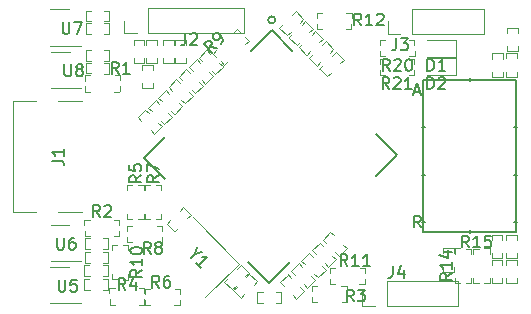
<source format=gbr>
%TF.GenerationSoftware,KiCad,Pcbnew,7.0.2-0*%
%TF.CreationDate,2023-05-06T05:04:52+08:00*%
%TF.ProjectId,slimarm_carambola,736c696d-6172-46d5-9f63-6172616d626f,rev?*%
%TF.SameCoordinates,Original*%
%TF.FileFunction,Legend,Top*%
%TF.FilePolarity,Positive*%
%FSLAX46Y46*%
G04 Gerber Fmt 4.6, Leading zero omitted, Abs format (unit mm)*
G04 Created by KiCad (PCBNEW 7.0.2-0) date 2023-05-06 05:04:52*
%MOMM*%
%LPD*%
G01*
G04 APERTURE LIST*
%ADD10C,0.150000*%
%ADD11C,0.100000*%
%ADD12C,0.120000*%
%ADD13C,0.152400*%
%ADD14C,0.200000*%
G04 APERTURE END LIST*
D10*
%TO.C,R10*%
X25732619Y-36882857D02*
X25256428Y-37216190D01*
X25732619Y-37454285D02*
X24732619Y-37454285D01*
X24732619Y-37454285D02*
X24732619Y-37073333D01*
X24732619Y-37073333D02*
X24780238Y-36978095D01*
X24780238Y-36978095D02*
X24827857Y-36930476D01*
X24827857Y-36930476D02*
X24923095Y-36882857D01*
X24923095Y-36882857D02*
X25065952Y-36882857D01*
X25065952Y-36882857D02*
X25161190Y-36930476D01*
X25161190Y-36930476D02*
X25208809Y-36978095D01*
X25208809Y-36978095D02*
X25256428Y-37073333D01*
X25256428Y-37073333D02*
X25256428Y-37454285D01*
X25732619Y-35930476D02*
X25732619Y-36501904D01*
X25732619Y-36216190D02*
X24732619Y-36216190D01*
X24732619Y-36216190D02*
X24875476Y-36311428D01*
X24875476Y-36311428D02*
X24970714Y-36406666D01*
X24970714Y-36406666D02*
X25018333Y-36501904D01*
X24732619Y-35311428D02*
X24732619Y-35216190D01*
X24732619Y-35216190D02*
X24780238Y-35120952D01*
X24780238Y-35120952D02*
X24827857Y-35073333D01*
X24827857Y-35073333D02*
X24923095Y-35025714D01*
X24923095Y-35025714D02*
X25113571Y-34978095D01*
X25113571Y-34978095D02*
X25351666Y-34978095D01*
X25351666Y-34978095D02*
X25542142Y-35025714D01*
X25542142Y-35025714D02*
X25637380Y-35073333D01*
X25637380Y-35073333D02*
X25685000Y-35120952D01*
X25685000Y-35120952D02*
X25732619Y-35216190D01*
X25732619Y-35216190D02*
X25732619Y-35311428D01*
X25732619Y-35311428D02*
X25685000Y-35406666D01*
X25685000Y-35406666D02*
X25637380Y-35454285D01*
X25637380Y-35454285D02*
X25542142Y-35501904D01*
X25542142Y-35501904D02*
X25351666Y-35549523D01*
X25351666Y-35549523D02*
X25113571Y-35549523D01*
X25113571Y-35549523D02*
X24923095Y-35501904D01*
X24923095Y-35501904D02*
X24827857Y-35454285D01*
X24827857Y-35454285D02*
X24780238Y-35406666D01*
X24780238Y-35406666D02*
X24732619Y-35311428D01*
%TO.C,J3*%
X47246666Y-17282619D02*
X47246666Y-17996904D01*
X47246666Y-17996904D02*
X47199047Y-18139761D01*
X47199047Y-18139761D02*
X47103809Y-18235000D01*
X47103809Y-18235000D02*
X46960952Y-18282619D01*
X46960952Y-18282619D02*
X46865714Y-18282619D01*
X47627619Y-17282619D02*
X48246666Y-17282619D01*
X48246666Y-17282619D02*
X47913333Y-17663571D01*
X47913333Y-17663571D02*
X48056190Y-17663571D01*
X48056190Y-17663571D02*
X48151428Y-17711190D01*
X48151428Y-17711190D02*
X48199047Y-17758809D01*
X48199047Y-17758809D02*
X48246666Y-17854047D01*
X48246666Y-17854047D02*
X48246666Y-18092142D01*
X48246666Y-18092142D02*
X48199047Y-18187380D01*
X48199047Y-18187380D02*
X48151428Y-18235000D01*
X48151428Y-18235000D02*
X48056190Y-18282619D01*
X48056190Y-18282619D02*
X47770476Y-18282619D01*
X47770476Y-18282619D02*
X47675238Y-18235000D01*
X47675238Y-18235000D02*
X47627619Y-18187380D01*
%TO.C,R21*%
X46657142Y-21582619D02*
X46323809Y-21106428D01*
X46085714Y-21582619D02*
X46085714Y-20582619D01*
X46085714Y-20582619D02*
X46466666Y-20582619D01*
X46466666Y-20582619D02*
X46561904Y-20630238D01*
X46561904Y-20630238D02*
X46609523Y-20677857D01*
X46609523Y-20677857D02*
X46657142Y-20773095D01*
X46657142Y-20773095D02*
X46657142Y-20915952D01*
X46657142Y-20915952D02*
X46609523Y-21011190D01*
X46609523Y-21011190D02*
X46561904Y-21058809D01*
X46561904Y-21058809D02*
X46466666Y-21106428D01*
X46466666Y-21106428D02*
X46085714Y-21106428D01*
X47038095Y-20677857D02*
X47085714Y-20630238D01*
X47085714Y-20630238D02*
X47180952Y-20582619D01*
X47180952Y-20582619D02*
X47419047Y-20582619D01*
X47419047Y-20582619D02*
X47514285Y-20630238D01*
X47514285Y-20630238D02*
X47561904Y-20677857D01*
X47561904Y-20677857D02*
X47609523Y-20773095D01*
X47609523Y-20773095D02*
X47609523Y-20868333D01*
X47609523Y-20868333D02*
X47561904Y-21011190D01*
X47561904Y-21011190D02*
X46990476Y-21582619D01*
X46990476Y-21582619D02*
X47609523Y-21582619D01*
X48561904Y-21582619D02*
X47990476Y-21582619D01*
X48276190Y-21582619D02*
X48276190Y-20582619D01*
X48276190Y-20582619D02*
X48180952Y-20725476D01*
X48180952Y-20725476D02*
X48085714Y-20820714D01*
X48085714Y-20820714D02*
X47990476Y-20868333D01*
%TO.C,R20*%
X46687142Y-20032619D02*
X46353809Y-19556428D01*
X46115714Y-20032619D02*
X46115714Y-19032619D01*
X46115714Y-19032619D02*
X46496666Y-19032619D01*
X46496666Y-19032619D02*
X46591904Y-19080238D01*
X46591904Y-19080238D02*
X46639523Y-19127857D01*
X46639523Y-19127857D02*
X46687142Y-19223095D01*
X46687142Y-19223095D02*
X46687142Y-19365952D01*
X46687142Y-19365952D02*
X46639523Y-19461190D01*
X46639523Y-19461190D02*
X46591904Y-19508809D01*
X46591904Y-19508809D02*
X46496666Y-19556428D01*
X46496666Y-19556428D02*
X46115714Y-19556428D01*
X47068095Y-19127857D02*
X47115714Y-19080238D01*
X47115714Y-19080238D02*
X47210952Y-19032619D01*
X47210952Y-19032619D02*
X47449047Y-19032619D01*
X47449047Y-19032619D02*
X47544285Y-19080238D01*
X47544285Y-19080238D02*
X47591904Y-19127857D01*
X47591904Y-19127857D02*
X47639523Y-19223095D01*
X47639523Y-19223095D02*
X47639523Y-19318333D01*
X47639523Y-19318333D02*
X47591904Y-19461190D01*
X47591904Y-19461190D02*
X47020476Y-20032619D01*
X47020476Y-20032619D02*
X47639523Y-20032619D01*
X48258571Y-19032619D02*
X48353809Y-19032619D01*
X48353809Y-19032619D02*
X48449047Y-19080238D01*
X48449047Y-19080238D02*
X48496666Y-19127857D01*
X48496666Y-19127857D02*
X48544285Y-19223095D01*
X48544285Y-19223095D02*
X48591904Y-19413571D01*
X48591904Y-19413571D02*
X48591904Y-19651666D01*
X48591904Y-19651666D02*
X48544285Y-19842142D01*
X48544285Y-19842142D02*
X48496666Y-19937380D01*
X48496666Y-19937380D02*
X48449047Y-19985000D01*
X48449047Y-19985000D02*
X48353809Y-20032619D01*
X48353809Y-20032619D02*
X48258571Y-20032619D01*
X48258571Y-20032619D02*
X48163333Y-19985000D01*
X48163333Y-19985000D02*
X48115714Y-19937380D01*
X48115714Y-19937380D02*
X48068095Y-19842142D01*
X48068095Y-19842142D02*
X48020476Y-19651666D01*
X48020476Y-19651666D02*
X48020476Y-19413571D01*
X48020476Y-19413571D02*
X48068095Y-19223095D01*
X48068095Y-19223095D02*
X48115714Y-19127857D01*
X48115714Y-19127857D02*
X48163333Y-19080238D01*
X48163333Y-19080238D02*
X48258571Y-19032619D01*
%TO.C,R3*%
X43643333Y-39562619D02*
X43310000Y-39086428D01*
X43071905Y-39562619D02*
X43071905Y-38562619D01*
X43071905Y-38562619D02*
X43452857Y-38562619D01*
X43452857Y-38562619D02*
X43548095Y-38610238D01*
X43548095Y-38610238D02*
X43595714Y-38657857D01*
X43595714Y-38657857D02*
X43643333Y-38753095D01*
X43643333Y-38753095D02*
X43643333Y-38895952D01*
X43643333Y-38895952D02*
X43595714Y-38991190D01*
X43595714Y-38991190D02*
X43548095Y-39038809D01*
X43548095Y-39038809D02*
X43452857Y-39086428D01*
X43452857Y-39086428D02*
X43071905Y-39086428D01*
X43976667Y-38562619D02*
X44595714Y-38562619D01*
X44595714Y-38562619D02*
X44262381Y-38943571D01*
X44262381Y-38943571D02*
X44405238Y-38943571D01*
X44405238Y-38943571D02*
X44500476Y-38991190D01*
X44500476Y-38991190D02*
X44548095Y-39038809D01*
X44548095Y-39038809D02*
X44595714Y-39134047D01*
X44595714Y-39134047D02*
X44595714Y-39372142D01*
X44595714Y-39372142D02*
X44548095Y-39467380D01*
X44548095Y-39467380D02*
X44500476Y-39515000D01*
X44500476Y-39515000D02*
X44405238Y-39562619D01*
X44405238Y-39562619D02*
X44119524Y-39562619D01*
X44119524Y-39562619D02*
X44024286Y-39515000D01*
X44024286Y-39515000D02*
X43976667Y-39467380D01*
%TO.C,R15*%
X53407142Y-34992619D02*
X53073809Y-34516428D01*
X52835714Y-34992619D02*
X52835714Y-33992619D01*
X52835714Y-33992619D02*
X53216666Y-33992619D01*
X53216666Y-33992619D02*
X53311904Y-34040238D01*
X53311904Y-34040238D02*
X53359523Y-34087857D01*
X53359523Y-34087857D02*
X53407142Y-34183095D01*
X53407142Y-34183095D02*
X53407142Y-34325952D01*
X53407142Y-34325952D02*
X53359523Y-34421190D01*
X53359523Y-34421190D02*
X53311904Y-34468809D01*
X53311904Y-34468809D02*
X53216666Y-34516428D01*
X53216666Y-34516428D02*
X52835714Y-34516428D01*
X54359523Y-34992619D02*
X53788095Y-34992619D01*
X54073809Y-34992619D02*
X54073809Y-33992619D01*
X54073809Y-33992619D02*
X53978571Y-34135476D01*
X53978571Y-34135476D02*
X53883333Y-34230714D01*
X53883333Y-34230714D02*
X53788095Y-34278333D01*
X55264285Y-33992619D02*
X54788095Y-33992619D01*
X54788095Y-33992619D02*
X54740476Y-34468809D01*
X54740476Y-34468809D02*
X54788095Y-34421190D01*
X54788095Y-34421190D02*
X54883333Y-34373571D01*
X54883333Y-34373571D02*
X55121428Y-34373571D01*
X55121428Y-34373571D02*
X55216666Y-34421190D01*
X55216666Y-34421190D02*
X55264285Y-34468809D01*
X55264285Y-34468809D02*
X55311904Y-34564047D01*
X55311904Y-34564047D02*
X55311904Y-34802142D01*
X55311904Y-34802142D02*
X55264285Y-34897380D01*
X55264285Y-34897380D02*
X55216666Y-34945000D01*
X55216666Y-34945000D02*
X55121428Y-34992619D01*
X55121428Y-34992619D02*
X54883333Y-34992619D01*
X54883333Y-34992619D02*
X54788095Y-34945000D01*
X54788095Y-34945000D02*
X54740476Y-34897380D01*
%TO.C,J2*%
X29394166Y-16862619D02*
X29394166Y-17576904D01*
X29394166Y-17576904D02*
X29346547Y-17719761D01*
X29346547Y-17719761D02*
X29251309Y-17815000D01*
X29251309Y-17815000D02*
X29108452Y-17862619D01*
X29108452Y-17862619D02*
X29013214Y-17862619D01*
X29822738Y-16957857D02*
X29870357Y-16910238D01*
X29870357Y-16910238D02*
X29965595Y-16862619D01*
X29965595Y-16862619D02*
X30203690Y-16862619D01*
X30203690Y-16862619D02*
X30298928Y-16910238D01*
X30298928Y-16910238D02*
X30346547Y-16957857D01*
X30346547Y-16957857D02*
X30394166Y-17053095D01*
X30394166Y-17053095D02*
X30394166Y-17148333D01*
X30394166Y-17148333D02*
X30346547Y-17291190D01*
X30346547Y-17291190D02*
X29775119Y-17862619D01*
X29775119Y-17862619D02*
X30394166Y-17862619D01*
%TO.C,J4*%
X46966666Y-36552619D02*
X46966666Y-37266904D01*
X46966666Y-37266904D02*
X46919047Y-37409761D01*
X46919047Y-37409761D02*
X46823809Y-37505000D01*
X46823809Y-37505000D02*
X46680952Y-37552619D01*
X46680952Y-37552619D02*
X46585714Y-37552619D01*
X47871428Y-36885952D02*
X47871428Y-37552619D01*
X47633333Y-36505000D02*
X47395238Y-37219285D01*
X47395238Y-37219285D02*
X48014285Y-37219285D01*
%TO.C,R2*%
X22151333Y-32402619D02*
X21818000Y-31926428D01*
X21579905Y-32402619D02*
X21579905Y-31402619D01*
X21579905Y-31402619D02*
X21960857Y-31402619D01*
X21960857Y-31402619D02*
X22056095Y-31450238D01*
X22056095Y-31450238D02*
X22103714Y-31497857D01*
X22103714Y-31497857D02*
X22151333Y-31593095D01*
X22151333Y-31593095D02*
X22151333Y-31735952D01*
X22151333Y-31735952D02*
X22103714Y-31831190D01*
X22103714Y-31831190D02*
X22056095Y-31878809D01*
X22056095Y-31878809D02*
X21960857Y-31926428D01*
X21960857Y-31926428D02*
X21579905Y-31926428D01*
X22532286Y-31497857D02*
X22579905Y-31450238D01*
X22579905Y-31450238D02*
X22675143Y-31402619D01*
X22675143Y-31402619D02*
X22913238Y-31402619D01*
X22913238Y-31402619D02*
X23008476Y-31450238D01*
X23008476Y-31450238D02*
X23056095Y-31497857D01*
X23056095Y-31497857D02*
X23103714Y-31593095D01*
X23103714Y-31593095D02*
X23103714Y-31688333D01*
X23103714Y-31688333D02*
X23056095Y-31831190D01*
X23056095Y-31831190D02*
X22484667Y-32402619D01*
X22484667Y-32402619D02*
X23103714Y-32402619D01*
%TO.C,R9*%
X32059270Y-18084971D02*
X31486850Y-17983956D01*
X31655209Y-18489032D02*
X30948102Y-17781926D01*
X30948102Y-17781926D02*
X31217476Y-17512552D01*
X31217476Y-17512552D02*
X31318491Y-17478880D01*
X31318491Y-17478880D02*
X31385835Y-17478880D01*
X31385835Y-17478880D02*
X31486850Y-17512552D01*
X31486850Y-17512552D02*
X31587865Y-17613567D01*
X31587865Y-17613567D02*
X31621537Y-17714582D01*
X31621537Y-17714582D02*
X31621537Y-17781926D01*
X31621537Y-17781926D02*
X31587865Y-17882941D01*
X31587865Y-17882941D02*
X31318491Y-18152315D01*
X32395987Y-17748254D02*
X32530674Y-17613567D01*
X32530674Y-17613567D02*
X32564346Y-17512552D01*
X32564346Y-17512552D02*
X32564346Y-17445208D01*
X32564346Y-17445208D02*
X32530674Y-17276849D01*
X32530674Y-17276849D02*
X32429659Y-17108491D01*
X32429659Y-17108491D02*
X32160285Y-16839117D01*
X32160285Y-16839117D02*
X32059270Y-16805445D01*
X32059270Y-16805445D02*
X31991926Y-16805445D01*
X31991926Y-16805445D02*
X31890911Y-16839117D01*
X31890911Y-16839117D02*
X31756224Y-16973804D01*
X31756224Y-16973804D02*
X31722552Y-17074819D01*
X31722552Y-17074819D02*
X31722552Y-17142162D01*
X31722552Y-17142162D02*
X31756224Y-17243178D01*
X31756224Y-17243178D02*
X31924583Y-17411536D01*
X31924583Y-17411536D02*
X32025598Y-17445208D01*
X32025598Y-17445208D02*
X32092942Y-17445208D01*
X32092942Y-17445208D02*
X32193957Y-17411536D01*
X32193957Y-17411536D02*
X32328644Y-17276849D01*
X32328644Y-17276849D02*
X32362316Y-17175834D01*
X32362316Y-17175834D02*
X32362316Y-17108491D01*
X32362316Y-17108491D02*
X32328644Y-17007475D01*
%TO.C,R7*%
X27152619Y-28886666D02*
X26676428Y-29219999D01*
X27152619Y-29458094D02*
X26152619Y-29458094D01*
X26152619Y-29458094D02*
X26152619Y-29077142D01*
X26152619Y-29077142D02*
X26200238Y-28981904D01*
X26200238Y-28981904D02*
X26247857Y-28934285D01*
X26247857Y-28934285D02*
X26343095Y-28886666D01*
X26343095Y-28886666D02*
X26485952Y-28886666D01*
X26485952Y-28886666D02*
X26581190Y-28934285D01*
X26581190Y-28934285D02*
X26628809Y-28981904D01*
X26628809Y-28981904D02*
X26676428Y-29077142D01*
X26676428Y-29077142D02*
X26676428Y-29458094D01*
X26152619Y-28553332D02*
X26152619Y-27886666D01*
X26152619Y-27886666D02*
X27152619Y-28315237D01*
%TO.C,R12*%
X44277142Y-16192619D02*
X43943809Y-15716428D01*
X43705714Y-16192619D02*
X43705714Y-15192619D01*
X43705714Y-15192619D02*
X44086666Y-15192619D01*
X44086666Y-15192619D02*
X44181904Y-15240238D01*
X44181904Y-15240238D02*
X44229523Y-15287857D01*
X44229523Y-15287857D02*
X44277142Y-15383095D01*
X44277142Y-15383095D02*
X44277142Y-15525952D01*
X44277142Y-15525952D02*
X44229523Y-15621190D01*
X44229523Y-15621190D02*
X44181904Y-15668809D01*
X44181904Y-15668809D02*
X44086666Y-15716428D01*
X44086666Y-15716428D02*
X43705714Y-15716428D01*
X45229523Y-16192619D02*
X44658095Y-16192619D01*
X44943809Y-16192619D02*
X44943809Y-15192619D01*
X44943809Y-15192619D02*
X44848571Y-15335476D01*
X44848571Y-15335476D02*
X44753333Y-15430714D01*
X44753333Y-15430714D02*
X44658095Y-15478333D01*
X45610476Y-15287857D02*
X45658095Y-15240238D01*
X45658095Y-15240238D02*
X45753333Y-15192619D01*
X45753333Y-15192619D02*
X45991428Y-15192619D01*
X45991428Y-15192619D02*
X46086666Y-15240238D01*
X46086666Y-15240238D02*
X46134285Y-15287857D01*
X46134285Y-15287857D02*
X46181904Y-15383095D01*
X46181904Y-15383095D02*
X46181904Y-15478333D01*
X46181904Y-15478333D02*
X46134285Y-15621190D01*
X46134285Y-15621190D02*
X45562857Y-16192619D01*
X45562857Y-16192619D02*
X46181904Y-16192619D01*
%TO.C,J1*%
X18082619Y-27643333D02*
X18796904Y-27643333D01*
X18796904Y-27643333D02*
X18939761Y-27690952D01*
X18939761Y-27690952D02*
X19035000Y-27786190D01*
X19035000Y-27786190D02*
X19082619Y-27929047D01*
X19082619Y-27929047D02*
X19082619Y-28024285D01*
X19082619Y-26643333D02*
X19082619Y-27214761D01*
X19082619Y-26929047D02*
X18082619Y-26929047D01*
X18082619Y-26929047D02*
X18225476Y-27024285D01*
X18225476Y-27024285D02*
X18320714Y-27119523D01*
X18320714Y-27119523D02*
X18368333Y-27214761D01*
%TO.C,R8*%
X26463333Y-35522619D02*
X26130000Y-35046428D01*
X25891905Y-35522619D02*
X25891905Y-34522619D01*
X25891905Y-34522619D02*
X26272857Y-34522619D01*
X26272857Y-34522619D02*
X26368095Y-34570238D01*
X26368095Y-34570238D02*
X26415714Y-34617857D01*
X26415714Y-34617857D02*
X26463333Y-34713095D01*
X26463333Y-34713095D02*
X26463333Y-34855952D01*
X26463333Y-34855952D02*
X26415714Y-34951190D01*
X26415714Y-34951190D02*
X26368095Y-34998809D01*
X26368095Y-34998809D02*
X26272857Y-35046428D01*
X26272857Y-35046428D02*
X25891905Y-35046428D01*
X27034762Y-34951190D02*
X26939524Y-34903571D01*
X26939524Y-34903571D02*
X26891905Y-34855952D01*
X26891905Y-34855952D02*
X26844286Y-34760714D01*
X26844286Y-34760714D02*
X26844286Y-34713095D01*
X26844286Y-34713095D02*
X26891905Y-34617857D01*
X26891905Y-34617857D02*
X26939524Y-34570238D01*
X26939524Y-34570238D02*
X27034762Y-34522619D01*
X27034762Y-34522619D02*
X27225238Y-34522619D01*
X27225238Y-34522619D02*
X27320476Y-34570238D01*
X27320476Y-34570238D02*
X27368095Y-34617857D01*
X27368095Y-34617857D02*
X27415714Y-34713095D01*
X27415714Y-34713095D02*
X27415714Y-34760714D01*
X27415714Y-34760714D02*
X27368095Y-34855952D01*
X27368095Y-34855952D02*
X27320476Y-34903571D01*
X27320476Y-34903571D02*
X27225238Y-34951190D01*
X27225238Y-34951190D02*
X27034762Y-34951190D01*
X27034762Y-34951190D02*
X26939524Y-34998809D01*
X26939524Y-34998809D02*
X26891905Y-35046428D01*
X26891905Y-35046428D02*
X26844286Y-35141666D01*
X26844286Y-35141666D02*
X26844286Y-35332142D01*
X26844286Y-35332142D02*
X26891905Y-35427380D01*
X26891905Y-35427380D02*
X26939524Y-35475000D01*
X26939524Y-35475000D02*
X27034762Y-35522619D01*
X27034762Y-35522619D02*
X27225238Y-35522619D01*
X27225238Y-35522619D02*
X27320476Y-35475000D01*
X27320476Y-35475000D02*
X27368095Y-35427380D01*
X27368095Y-35427380D02*
X27415714Y-35332142D01*
X27415714Y-35332142D02*
X27415714Y-35141666D01*
X27415714Y-35141666D02*
X27368095Y-35046428D01*
X27368095Y-35046428D02*
X27320476Y-34998809D01*
X27320476Y-34998809D02*
X27225238Y-34951190D01*
%TO.C,U6*%
X18528095Y-34162619D02*
X18528095Y-34972142D01*
X18528095Y-34972142D02*
X18575714Y-35067380D01*
X18575714Y-35067380D02*
X18623333Y-35115000D01*
X18623333Y-35115000D02*
X18718571Y-35162619D01*
X18718571Y-35162619D02*
X18909047Y-35162619D01*
X18909047Y-35162619D02*
X19004285Y-35115000D01*
X19004285Y-35115000D02*
X19051904Y-35067380D01*
X19051904Y-35067380D02*
X19099523Y-34972142D01*
X19099523Y-34972142D02*
X19099523Y-34162619D01*
X20004285Y-34162619D02*
X19813809Y-34162619D01*
X19813809Y-34162619D02*
X19718571Y-34210238D01*
X19718571Y-34210238D02*
X19670952Y-34257857D01*
X19670952Y-34257857D02*
X19575714Y-34400714D01*
X19575714Y-34400714D02*
X19528095Y-34591190D01*
X19528095Y-34591190D02*
X19528095Y-34972142D01*
X19528095Y-34972142D02*
X19575714Y-35067380D01*
X19575714Y-35067380D02*
X19623333Y-35115000D01*
X19623333Y-35115000D02*
X19718571Y-35162619D01*
X19718571Y-35162619D02*
X19909047Y-35162619D01*
X19909047Y-35162619D02*
X20004285Y-35115000D01*
X20004285Y-35115000D02*
X20051904Y-35067380D01*
X20051904Y-35067380D02*
X20099523Y-34972142D01*
X20099523Y-34972142D02*
X20099523Y-34734047D01*
X20099523Y-34734047D02*
X20051904Y-34638809D01*
X20051904Y-34638809D02*
X20004285Y-34591190D01*
X20004285Y-34591190D02*
X19909047Y-34543571D01*
X19909047Y-34543571D02*
X19718571Y-34543571D01*
X19718571Y-34543571D02*
X19623333Y-34591190D01*
X19623333Y-34591190D02*
X19575714Y-34638809D01*
X19575714Y-34638809D02*
X19528095Y-34734047D01*
%TO.C,D1*%
X49879405Y-20032619D02*
X49879405Y-19032619D01*
X49879405Y-19032619D02*
X50117500Y-19032619D01*
X50117500Y-19032619D02*
X50260357Y-19080238D01*
X50260357Y-19080238D02*
X50355595Y-19175476D01*
X50355595Y-19175476D02*
X50403214Y-19270714D01*
X50403214Y-19270714D02*
X50450833Y-19461190D01*
X50450833Y-19461190D02*
X50450833Y-19604047D01*
X50450833Y-19604047D02*
X50403214Y-19794523D01*
X50403214Y-19794523D02*
X50355595Y-19889761D01*
X50355595Y-19889761D02*
X50260357Y-19985000D01*
X50260357Y-19985000D02*
X50117500Y-20032619D01*
X50117500Y-20032619D02*
X49879405Y-20032619D01*
X51403214Y-20032619D02*
X50831786Y-20032619D01*
X51117500Y-20032619D02*
X51117500Y-19032619D01*
X51117500Y-19032619D02*
X51022262Y-19175476D01*
X51022262Y-19175476D02*
X50927024Y-19270714D01*
X50927024Y-19270714D02*
X50831786Y-19318333D01*
%TO.C,R6*%
X27173333Y-38382619D02*
X26840000Y-37906428D01*
X26601905Y-38382619D02*
X26601905Y-37382619D01*
X26601905Y-37382619D02*
X26982857Y-37382619D01*
X26982857Y-37382619D02*
X27078095Y-37430238D01*
X27078095Y-37430238D02*
X27125714Y-37477857D01*
X27125714Y-37477857D02*
X27173333Y-37573095D01*
X27173333Y-37573095D02*
X27173333Y-37715952D01*
X27173333Y-37715952D02*
X27125714Y-37811190D01*
X27125714Y-37811190D02*
X27078095Y-37858809D01*
X27078095Y-37858809D02*
X26982857Y-37906428D01*
X26982857Y-37906428D02*
X26601905Y-37906428D01*
X28030476Y-37382619D02*
X27840000Y-37382619D01*
X27840000Y-37382619D02*
X27744762Y-37430238D01*
X27744762Y-37430238D02*
X27697143Y-37477857D01*
X27697143Y-37477857D02*
X27601905Y-37620714D01*
X27601905Y-37620714D02*
X27554286Y-37811190D01*
X27554286Y-37811190D02*
X27554286Y-38192142D01*
X27554286Y-38192142D02*
X27601905Y-38287380D01*
X27601905Y-38287380D02*
X27649524Y-38335000D01*
X27649524Y-38335000D02*
X27744762Y-38382619D01*
X27744762Y-38382619D02*
X27935238Y-38382619D01*
X27935238Y-38382619D02*
X28030476Y-38335000D01*
X28030476Y-38335000D02*
X28078095Y-38287380D01*
X28078095Y-38287380D02*
X28125714Y-38192142D01*
X28125714Y-38192142D02*
X28125714Y-37954047D01*
X28125714Y-37954047D02*
X28078095Y-37858809D01*
X28078095Y-37858809D02*
X28030476Y-37811190D01*
X28030476Y-37811190D02*
X27935238Y-37763571D01*
X27935238Y-37763571D02*
X27744762Y-37763571D01*
X27744762Y-37763571D02*
X27649524Y-37811190D01*
X27649524Y-37811190D02*
X27601905Y-37858809D01*
X27601905Y-37858809D02*
X27554286Y-37954047D01*
%TO.C,R1*%
X23733333Y-20292619D02*
X23400000Y-19816428D01*
X23161905Y-20292619D02*
X23161905Y-19292619D01*
X23161905Y-19292619D02*
X23542857Y-19292619D01*
X23542857Y-19292619D02*
X23638095Y-19340238D01*
X23638095Y-19340238D02*
X23685714Y-19387857D01*
X23685714Y-19387857D02*
X23733333Y-19483095D01*
X23733333Y-19483095D02*
X23733333Y-19625952D01*
X23733333Y-19625952D02*
X23685714Y-19721190D01*
X23685714Y-19721190D02*
X23638095Y-19768809D01*
X23638095Y-19768809D02*
X23542857Y-19816428D01*
X23542857Y-19816428D02*
X23161905Y-19816428D01*
X24685714Y-20292619D02*
X24114286Y-20292619D01*
X24400000Y-20292619D02*
X24400000Y-19292619D01*
X24400000Y-19292619D02*
X24304762Y-19435476D01*
X24304762Y-19435476D02*
X24209524Y-19530714D01*
X24209524Y-19530714D02*
X24114286Y-19578333D01*
%TO.C,Y1*%
X30212877Y-35533685D02*
X29876160Y-35870403D01*
X30347564Y-34927594D02*
X30212877Y-35533685D01*
X30212877Y-35533685D02*
X30818969Y-35398998D01*
X30717954Y-36712197D02*
X30313893Y-36308136D01*
X30515923Y-36510166D02*
X31223030Y-35803060D01*
X31223030Y-35803060D02*
X31054671Y-35836731D01*
X31054671Y-35836731D02*
X30919984Y-35836731D01*
X30919984Y-35836731D02*
X30818969Y-35803060D01*
%TO.C,U5*%
X18658095Y-37722619D02*
X18658095Y-38532142D01*
X18658095Y-38532142D02*
X18705714Y-38627380D01*
X18705714Y-38627380D02*
X18753333Y-38675000D01*
X18753333Y-38675000D02*
X18848571Y-38722619D01*
X18848571Y-38722619D02*
X19039047Y-38722619D01*
X19039047Y-38722619D02*
X19134285Y-38675000D01*
X19134285Y-38675000D02*
X19181904Y-38627380D01*
X19181904Y-38627380D02*
X19229523Y-38532142D01*
X19229523Y-38532142D02*
X19229523Y-37722619D01*
X20181904Y-37722619D02*
X19705714Y-37722619D01*
X19705714Y-37722619D02*
X19658095Y-38198809D01*
X19658095Y-38198809D02*
X19705714Y-38151190D01*
X19705714Y-38151190D02*
X19800952Y-38103571D01*
X19800952Y-38103571D02*
X20039047Y-38103571D01*
X20039047Y-38103571D02*
X20134285Y-38151190D01*
X20134285Y-38151190D02*
X20181904Y-38198809D01*
X20181904Y-38198809D02*
X20229523Y-38294047D01*
X20229523Y-38294047D02*
X20229523Y-38532142D01*
X20229523Y-38532142D02*
X20181904Y-38627380D01*
X20181904Y-38627380D02*
X20134285Y-38675000D01*
X20134285Y-38675000D02*
X20039047Y-38722619D01*
X20039047Y-38722619D02*
X19800952Y-38722619D01*
X19800952Y-38722619D02*
X19705714Y-38675000D01*
X19705714Y-38675000D02*
X19658095Y-38627380D01*
%TO.C,R14*%
X51952619Y-37182857D02*
X51476428Y-37516190D01*
X51952619Y-37754285D02*
X50952619Y-37754285D01*
X50952619Y-37754285D02*
X50952619Y-37373333D01*
X50952619Y-37373333D02*
X51000238Y-37278095D01*
X51000238Y-37278095D02*
X51047857Y-37230476D01*
X51047857Y-37230476D02*
X51143095Y-37182857D01*
X51143095Y-37182857D02*
X51285952Y-37182857D01*
X51285952Y-37182857D02*
X51381190Y-37230476D01*
X51381190Y-37230476D02*
X51428809Y-37278095D01*
X51428809Y-37278095D02*
X51476428Y-37373333D01*
X51476428Y-37373333D02*
X51476428Y-37754285D01*
X51952619Y-36230476D02*
X51952619Y-36801904D01*
X51952619Y-36516190D02*
X50952619Y-36516190D01*
X50952619Y-36516190D02*
X51095476Y-36611428D01*
X51095476Y-36611428D02*
X51190714Y-36706666D01*
X51190714Y-36706666D02*
X51238333Y-36801904D01*
X51285952Y-35373333D02*
X51952619Y-35373333D01*
X50905000Y-35611428D02*
X51619285Y-35849523D01*
X51619285Y-35849523D02*
X51619285Y-35230476D01*
%TO.C,R5*%
X25662619Y-28896666D02*
X25186428Y-29229999D01*
X25662619Y-29468094D02*
X24662619Y-29468094D01*
X24662619Y-29468094D02*
X24662619Y-29087142D01*
X24662619Y-29087142D02*
X24710238Y-28991904D01*
X24710238Y-28991904D02*
X24757857Y-28944285D01*
X24757857Y-28944285D02*
X24853095Y-28896666D01*
X24853095Y-28896666D02*
X24995952Y-28896666D01*
X24995952Y-28896666D02*
X25091190Y-28944285D01*
X25091190Y-28944285D02*
X25138809Y-28991904D01*
X25138809Y-28991904D02*
X25186428Y-29087142D01*
X25186428Y-29087142D02*
X25186428Y-29468094D01*
X24662619Y-27991904D02*
X24662619Y-28468094D01*
X24662619Y-28468094D02*
X25138809Y-28515713D01*
X25138809Y-28515713D02*
X25091190Y-28468094D01*
X25091190Y-28468094D02*
X25043571Y-28372856D01*
X25043571Y-28372856D02*
X25043571Y-28134761D01*
X25043571Y-28134761D02*
X25091190Y-28039523D01*
X25091190Y-28039523D02*
X25138809Y-27991904D01*
X25138809Y-27991904D02*
X25234047Y-27944285D01*
X25234047Y-27944285D02*
X25472142Y-27944285D01*
X25472142Y-27944285D02*
X25567380Y-27991904D01*
X25567380Y-27991904D02*
X25615000Y-28039523D01*
X25615000Y-28039523D02*
X25662619Y-28134761D01*
X25662619Y-28134761D02*
X25662619Y-28372856D01*
X25662619Y-28372856D02*
X25615000Y-28468094D01*
X25615000Y-28468094D02*
X25567380Y-28515713D01*
%TO.C,R4*%
X24323333Y-38582619D02*
X23990000Y-38106428D01*
X23751905Y-38582619D02*
X23751905Y-37582619D01*
X23751905Y-37582619D02*
X24132857Y-37582619D01*
X24132857Y-37582619D02*
X24228095Y-37630238D01*
X24228095Y-37630238D02*
X24275714Y-37677857D01*
X24275714Y-37677857D02*
X24323333Y-37773095D01*
X24323333Y-37773095D02*
X24323333Y-37915952D01*
X24323333Y-37915952D02*
X24275714Y-38011190D01*
X24275714Y-38011190D02*
X24228095Y-38058809D01*
X24228095Y-38058809D02*
X24132857Y-38106428D01*
X24132857Y-38106428D02*
X23751905Y-38106428D01*
X25180476Y-37915952D02*
X25180476Y-38582619D01*
X24942381Y-37535000D02*
X24704286Y-38249285D01*
X24704286Y-38249285D02*
X25323333Y-38249285D01*
%TO.C,R11*%
X43117142Y-36562619D02*
X42783809Y-36086428D01*
X42545714Y-36562619D02*
X42545714Y-35562619D01*
X42545714Y-35562619D02*
X42926666Y-35562619D01*
X42926666Y-35562619D02*
X43021904Y-35610238D01*
X43021904Y-35610238D02*
X43069523Y-35657857D01*
X43069523Y-35657857D02*
X43117142Y-35753095D01*
X43117142Y-35753095D02*
X43117142Y-35895952D01*
X43117142Y-35895952D02*
X43069523Y-35991190D01*
X43069523Y-35991190D02*
X43021904Y-36038809D01*
X43021904Y-36038809D02*
X42926666Y-36086428D01*
X42926666Y-36086428D02*
X42545714Y-36086428D01*
X44069523Y-36562619D02*
X43498095Y-36562619D01*
X43783809Y-36562619D02*
X43783809Y-35562619D01*
X43783809Y-35562619D02*
X43688571Y-35705476D01*
X43688571Y-35705476D02*
X43593333Y-35800714D01*
X43593333Y-35800714D02*
X43498095Y-35848333D01*
X45021904Y-36562619D02*
X44450476Y-36562619D01*
X44736190Y-36562619D02*
X44736190Y-35562619D01*
X44736190Y-35562619D02*
X44640952Y-35705476D01*
X44640952Y-35705476D02*
X44545714Y-35800714D01*
X44545714Y-35800714D02*
X44450476Y-35848333D01*
%TO.C,U2*%
X48789605Y-21806204D02*
X49265795Y-21806204D01*
X48694367Y-22091919D02*
X49027700Y-21091919D01*
X49027700Y-21091919D02*
X49361033Y-22091919D01*
X49337223Y-33293319D02*
X49003890Y-32817128D01*
X48765795Y-33293319D02*
X48765795Y-32293319D01*
X48765795Y-32293319D02*
X49146747Y-32293319D01*
X49146747Y-32293319D02*
X49241985Y-32340938D01*
X49241985Y-32340938D02*
X49289604Y-32388557D01*
X49289604Y-32388557D02*
X49337223Y-32483795D01*
X49337223Y-32483795D02*
X49337223Y-32626652D01*
X49337223Y-32626652D02*
X49289604Y-32721890D01*
X49289604Y-32721890D02*
X49241985Y-32769509D01*
X49241985Y-32769509D02*
X49146747Y-32817128D01*
X49146747Y-32817128D02*
X48765795Y-32817128D01*
%TO.C,D2*%
X49889405Y-21562619D02*
X49889405Y-20562619D01*
X49889405Y-20562619D02*
X50127500Y-20562619D01*
X50127500Y-20562619D02*
X50270357Y-20610238D01*
X50270357Y-20610238D02*
X50365595Y-20705476D01*
X50365595Y-20705476D02*
X50413214Y-20800714D01*
X50413214Y-20800714D02*
X50460833Y-20991190D01*
X50460833Y-20991190D02*
X50460833Y-21134047D01*
X50460833Y-21134047D02*
X50413214Y-21324523D01*
X50413214Y-21324523D02*
X50365595Y-21419761D01*
X50365595Y-21419761D02*
X50270357Y-21515000D01*
X50270357Y-21515000D02*
X50127500Y-21562619D01*
X50127500Y-21562619D02*
X49889405Y-21562619D01*
X50841786Y-20657857D02*
X50889405Y-20610238D01*
X50889405Y-20610238D02*
X50984643Y-20562619D01*
X50984643Y-20562619D02*
X51222738Y-20562619D01*
X51222738Y-20562619D02*
X51317976Y-20610238D01*
X51317976Y-20610238D02*
X51365595Y-20657857D01*
X51365595Y-20657857D02*
X51413214Y-20753095D01*
X51413214Y-20753095D02*
X51413214Y-20848333D01*
X51413214Y-20848333D02*
X51365595Y-20991190D01*
X51365595Y-20991190D02*
X50794167Y-21562619D01*
X50794167Y-21562619D02*
X51413214Y-21562619D01*
%TO.C,U7*%
X19008095Y-15892619D02*
X19008095Y-16702142D01*
X19008095Y-16702142D02*
X19055714Y-16797380D01*
X19055714Y-16797380D02*
X19103333Y-16845000D01*
X19103333Y-16845000D02*
X19198571Y-16892619D01*
X19198571Y-16892619D02*
X19389047Y-16892619D01*
X19389047Y-16892619D02*
X19484285Y-16845000D01*
X19484285Y-16845000D02*
X19531904Y-16797380D01*
X19531904Y-16797380D02*
X19579523Y-16702142D01*
X19579523Y-16702142D02*
X19579523Y-15892619D01*
X19960476Y-15892619D02*
X20627142Y-15892619D01*
X20627142Y-15892619D02*
X20198571Y-16892619D01*
%TO.C,U8*%
X19158095Y-19492619D02*
X19158095Y-20302142D01*
X19158095Y-20302142D02*
X19205714Y-20397380D01*
X19205714Y-20397380D02*
X19253333Y-20445000D01*
X19253333Y-20445000D02*
X19348571Y-20492619D01*
X19348571Y-20492619D02*
X19539047Y-20492619D01*
X19539047Y-20492619D02*
X19634285Y-20445000D01*
X19634285Y-20445000D02*
X19681904Y-20397380D01*
X19681904Y-20397380D02*
X19729523Y-20302142D01*
X19729523Y-20302142D02*
X19729523Y-19492619D01*
X20348571Y-19921190D02*
X20253333Y-19873571D01*
X20253333Y-19873571D02*
X20205714Y-19825952D01*
X20205714Y-19825952D02*
X20158095Y-19730714D01*
X20158095Y-19730714D02*
X20158095Y-19683095D01*
X20158095Y-19683095D02*
X20205714Y-19587857D01*
X20205714Y-19587857D02*
X20253333Y-19540238D01*
X20253333Y-19540238D02*
X20348571Y-19492619D01*
X20348571Y-19492619D02*
X20539047Y-19492619D01*
X20539047Y-19492619D02*
X20634285Y-19540238D01*
X20634285Y-19540238D02*
X20681904Y-19587857D01*
X20681904Y-19587857D02*
X20729523Y-19683095D01*
X20729523Y-19683095D02*
X20729523Y-19730714D01*
X20729523Y-19730714D02*
X20681904Y-19825952D01*
X20681904Y-19825952D02*
X20634285Y-19873571D01*
X20634285Y-19873571D02*
X20539047Y-19921190D01*
X20539047Y-19921190D02*
X20348571Y-19921190D01*
X20348571Y-19921190D02*
X20253333Y-19968809D01*
X20253333Y-19968809D02*
X20205714Y-20016428D01*
X20205714Y-20016428D02*
X20158095Y-20111666D01*
X20158095Y-20111666D02*
X20158095Y-20302142D01*
X20158095Y-20302142D02*
X20205714Y-20397380D01*
X20205714Y-20397380D02*
X20253333Y-20445000D01*
X20253333Y-20445000D02*
X20348571Y-20492619D01*
X20348571Y-20492619D02*
X20539047Y-20492619D01*
X20539047Y-20492619D02*
X20634285Y-20445000D01*
X20634285Y-20445000D02*
X20681904Y-20397380D01*
X20681904Y-20397380D02*
X20729523Y-20302142D01*
X20729523Y-20302142D02*
X20729523Y-20111666D01*
X20729523Y-20111666D02*
X20681904Y-20016428D01*
X20681904Y-20016428D02*
X20634285Y-19968809D01*
X20634285Y-19968809D02*
X20539047Y-19921190D01*
D11*
%TO.C,C27*%
X25747500Y-21480000D02*
X25747500Y-21050000D01*
X26667500Y-21480000D02*
X25752500Y-21480000D01*
X26667500Y-21475000D02*
X26667500Y-21045000D01*
X25750000Y-19510000D02*
X25750000Y-19940000D01*
X25750000Y-19505000D02*
X26665000Y-19505000D01*
X26670000Y-19505000D02*
X26670000Y-19935000D01*
%TO.C,C31*%
X32702927Y-37872999D02*
X33006983Y-37568943D01*
X33353466Y-38523537D02*
X32706463Y-37876534D01*
X33357001Y-38520002D02*
X33661057Y-38215946D01*
X34097696Y-36481766D02*
X33793640Y-36785822D01*
X34101231Y-36478231D02*
X34748234Y-37125233D01*
X34751769Y-37128769D02*
X34447713Y-37432825D01*
%TO.C,R10*%
X24085000Y-34770000D02*
X24515000Y-34770000D01*
X24520000Y-34775000D02*
X24520000Y-35205000D01*
X23155000Y-34780000D02*
X23585000Y-34780000D01*
X23150000Y-34785000D02*
X23150000Y-35215000D01*
X23150000Y-37695000D02*
X23150000Y-37265000D01*
X23585000Y-37700000D02*
X23155000Y-37700000D01*
X24520000Y-37705000D02*
X24520000Y-37275000D01*
X24520000Y-37705000D02*
X24090000Y-37705000D01*
%TO.C,C5*%
X31187001Y-18272927D02*
X31491057Y-18576983D01*
X30536463Y-18923466D02*
X31183466Y-18276463D01*
X30539998Y-18927001D02*
X30844054Y-19231057D01*
X32578234Y-19667696D02*
X32274178Y-19363640D01*
X32581769Y-19671231D02*
X31934767Y-20318234D01*
X31931231Y-20321769D02*
X31627175Y-20017713D01*
%TO.C,C23*%
X56577500Y-20530000D02*
X56577500Y-20100000D01*
X57497500Y-20530000D02*
X56582500Y-20530000D01*
X57497500Y-20525000D02*
X57497500Y-20095000D01*
X56580000Y-18560000D02*
X56580000Y-18990000D01*
X56580000Y-18555000D02*
X57495000Y-18555000D01*
X57500000Y-18555000D02*
X57500000Y-18985000D01*
%TO.C,C41*%
X37470000Y-39712500D02*
X37040000Y-39712500D01*
X37470000Y-38792500D02*
X37470000Y-39707500D01*
X37465000Y-38792500D02*
X37035000Y-38792500D01*
X35500000Y-39710000D02*
X35930000Y-39710000D01*
X35495000Y-39710000D02*
X35495000Y-38795000D01*
X35495000Y-38790000D02*
X35925000Y-38790000D01*
D12*
%TO.C,J3*%
X46540000Y-16910000D02*
X46540000Y-15850000D01*
X47600000Y-16910000D02*
X46540000Y-16910000D01*
X48600000Y-16910000D02*
X54660000Y-16910000D01*
X48600000Y-16910000D02*
X48600000Y-14790000D01*
X54660000Y-16910000D02*
X54660000Y-14790000D01*
X48600000Y-14790000D02*
X54660000Y-14790000D01*
D11*
%TO.C,C6*%
X39387073Y-15647001D02*
X39083017Y-15951057D01*
X38736534Y-14996463D02*
X39383537Y-15643466D01*
X38732999Y-14999998D02*
X38428943Y-15304054D01*
X37992304Y-17038234D02*
X38296360Y-16734178D01*
X37988769Y-17041769D02*
X37341766Y-16394767D01*
X37338231Y-16391231D02*
X37642287Y-16087175D01*
%TO.C,C12*%
X39722999Y-38387073D02*
X39418943Y-38083017D01*
X40373537Y-37736534D02*
X39726534Y-38383537D01*
X40370002Y-37732999D02*
X40065946Y-37428943D01*
X38331766Y-36992304D02*
X38635822Y-37296360D01*
X38328231Y-36988769D02*
X38975233Y-36341766D01*
X38978769Y-36338231D02*
X39282825Y-36642287D01*
%TO.C,C4*%
X30347001Y-19062927D02*
X30651057Y-19366983D01*
X29696463Y-19713466D02*
X30343466Y-19066463D01*
X29699998Y-19717001D02*
X30004054Y-20021057D01*
X31738234Y-20457696D02*
X31434178Y-20153640D01*
X31741769Y-20461231D02*
X31094767Y-21108234D01*
X31091231Y-21111769D02*
X30787175Y-20807713D01*
%TO.C,R21*%
X48770000Y-19935000D02*
X48770000Y-20365000D01*
X48765000Y-20370000D02*
X48335000Y-20370000D01*
X48760000Y-19005000D02*
X48760000Y-19435000D01*
X48755000Y-19000000D02*
X48325000Y-19000000D01*
X45845000Y-19000000D02*
X46275000Y-19000000D01*
X45840000Y-19435000D02*
X45840000Y-19005000D01*
X45835000Y-20370000D02*
X46265000Y-20370000D01*
X45835000Y-20370000D02*
X45835000Y-19940000D01*
%TO.C,R20*%
X48800000Y-18385000D02*
X48800000Y-18815000D01*
X48795000Y-18820000D02*
X48365000Y-18820000D01*
X48790000Y-17455000D02*
X48790000Y-17885000D01*
X48785000Y-17450000D02*
X48355000Y-17450000D01*
X45875000Y-17450000D02*
X46305000Y-17450000D01*
X45870000Y-17885000D02*
X45870000Y-17455000D01*
X45865000Y-18820000D02*
X46295000Y-18820000D01*
X45865000Y-18820000D02*
X45865000Y-18390000D01*
%TO.C,R3*%
X43058000Y-39165000D02*
X43058000Y-39595000D01*
X43053000Y-39600000D02*
X42623000Y-39600000D01*
X43048000Y-38235000D02*
X43048000Y-38665000D01*
X43043000Y-38230000D02*
X42613000Y-38230000D01*
X40133000Y-38230000D02*
X40563000Y-38230000D01*
X40128000Y-38665000D02*
X40128000Y-38235000D01*
X40123000Y-39600000D02*
X40553000Y-39600000D01*
X40123000Y-39600000D02*
X40123000Y-39170000D01*
%TO.C,C13*%
X40612999Y-37517073D02*
X40308943Y-37213017D01*
X41263537Y-36866534D02*
X40616534Y-37513537D01*
X41260002Y-36862999D02*
X40955946Y-36558943D01*
X39221766Y-36122304D02*
X39525822Y-36426360D01*
X39218231Y-36118769D02*
X39865233Y-35471766D01*
X39868769Y-35468231D02*
X40172825Y-35772287D01*
%TO.C,R15*%
X54715000Y-35070000D02*
X55145000Y-35070000D01*
X55150000Y-35075000D02*
X55150000Y-35505000D01*
X53785000Y-35080000D02*
X54215000Y-35080000D01*
X53780000Y-35085000D02*
X53780000Y-35515000D01*
X53780000Y-37995000D02*
X53780000Y-37565000D01*
X54215000Y-38000000D02*
X53785000Y-38000000D01*
X55150000Y-38005000D02*
X55150000Y-37575000D01*
X55150000Y-38005000D02*
X54720000Y-38005000D01*
%TO.C,C18*%
X26877001Y-22512927D02*
X27181057Y-22816983D01*
X26226463Y-23163466D02*
X26873466Y-22516463D01*
X26229998Y-23167001D02*
X26534054Y-23471057D01*
X28268234Y-23907696D02*
X27964178Y-23603640D01*
X28271769Y-23911231D02*
X27624767Y-24558234D01*
X27621231Y-24561769D02*
X27317175Y-24257713D01*
%TO.C,C2*%
X28617001Y-20742927D02*
X28921057Y-21046983D01*
X27966463Y-21393466D02*
X28613466Y-20746463D01*
X27969998Y-21397001D02*
X28274054Y-21701057D01*
X30008234Y-22137696D02*
X29704178Y-21833640D01*
X30011769Y-22141231D02*
X29364767Y-22788234D01*
X29361231Y-22791769D02*
X29057175Y-22487713D01*
%TO.C,C15*%
X41502999Y-36637073D02*
X41198943Y-36333017D01*
X42153537Y-35986534D02*
X41506534Y-36633537D01*
X42150002Y-35982999D02*
X41845946Y-35678943D01*
X40111766Y-35242304D02*
X40415822Y-35546360D01*
X40108231Y-35238769D02*
X40755233Y-34591766D01*
X40758769Y-34588231D02*
X41062825Y-34892287D01*
D12*
%TO.C,J2*%
X24210000Y-16860000D02*
X24210000Y-15800000D01*
X25270000Y-16860000D02*
X24210000Y-16860000D01*
X26270000Y-16860000D02*
X34330000Y-16860000D01*
X26270000Y-16860000D02*
X26270000Y-14740000D01*
X34330000Y-16860000D02*
X34330000Y-14740000D01*
X26270000Y-14740000D02*
X34330000Y-14740000D01*
%TO.C,J4*%
X44380000Y-39930000D02*
X44380000Y-38870000D01*
X45440000Y-39930000D02*
X44380000Y-39930000D01*
X46440000Y-39930000D02*
X52500000Y-39930000D01*
X46440000Y-39930000D02*
X46440000Y-37810000D01*
X52500000Y-39930000D02*
X52500000Y-37810000D01*
X46440000Y-37810000D02*
X52500000Y-37810000D01*
D11*
%TO.C,R2*%
X20848000Y-33125000D02*
X20848000Y-32695000D01*
X20853000Y-32690000D02*
X21283000Y-32690000D01*
X20858000Y-34055000D02*
X20858000Y-33625000D01*
X20863000Y-34060000D02*
X21293000Y-34060000D01*
X23773000Y-34060000D02*
X23343000Y-34060000D01*
X23778000Y-33625000D02*
X23778000Y-34055000D01*
X23783000Y-32690000D02*
X23353000Y-32690000D01*
X23783000Y-32690000D02*
X23783000Y-33120000D01*
%TO.C,R9*%
X34442688Y-17163794D02*
X34746744Y-17467850D01*
X34746744Y-17474921D02*
X34442688Y-17778977D01*
X33778008Y-16513256D02*
X34082064Y-16817312D01*
X33770937Y-16513256D02*
X33466881Y-16817312D01*
X31713256Y-18570937D02*
X32017312Y-18266881D01*
X32017312Y-18882064D02*
X31713256Y-18578008D01*
X32674921Y-19546744D02*
X32978977Y-19242688D01*
X32674921Y-19546744D02*
X32370865Y-19242688D01*
%TO.C,R7*%
X26435000Y-32600000D02*
X26005000Y-32600000D01*
X26000000Y-32595000D02*
X26000000Y-32165000D01*
X27365000Y-32590000D02*
X26935000Y-32590000D01*
X27370000Y-32585000D02*
X27370000Y-32155000D01*
X27370000Y-29675000D02*
X27370000Y-30105000D01*
X26935000Y-29670000D02*
X27365000Y-29670000D01*
X26000000Y-29665000D02*
X26000000Y-30095000D01*
X26000000Y-29665000D02*
X26430000Y-29665000D01*
%TO.C,C3*%
X29487001Y-19892927D02*
X29791057Y-20196983D01*
X28836463Y-20543466D02*
X29483466Y-19896463D01*
X28839998Y-20547001D02*
X29144054Y-20851057D01*
X30878234Y-21287696D02*
X30574178Y-20983640D01*
X30881769Y-21291231D02*
X30234767Y-21938234D01*
X30231231Y-21941769D02*
X29927175Y-21637713D01*
%TO.C,C35*%
X22840000Y-36272500D02*
X22410000Y-36272500D01*
X22840000Y-35352500D02*
X22840000Y-36267500D01*
X22835000Y-35352500D02*
X22405000Y-35352500D01*
X20870000Y-36270000D02*
X21300000Y-36270000D01*
X20865000Y-36270000D02*
X20865000Y-35355000D01*
X20865000Y-35350000D02*
X21295000Y-35350000D01*
%TO.C,C22*%
X56547500Y-38000000D02*
X56547500Y-37570000D01*
X57467500Y-38000000D02*
X56552500Y-38000000D01*
X57467500Y-37995000D02*
X57467500Y-37565000D01*
X56550000Y-36030000D02*
X56550000Y-36460000D01*
X56550000Y-36025000D02*
X57465000Y-36025000D01*
X57470000Y-36025000D02*
X57470000Y-36455000D01*
%TO.C,R12*%
X40530000Y-15555000D02*
X40530000Y-15125000D01*
X40535000Y-15120000D02*
X40965000Y-15120000D01*
X40540000Y-16485000D02*
X40540000Y-16055000D01*
X40545000Y-16490000D02*
X40975000Y-16490000D01*
X43455000Y-16490000D02*
X43025000Y-16490000D01*
X43460000Y-16055000D02*
X43460000Y-16485000D01*
X43465000Y-15120000D02*
X43035000Y-15120000D01*
X43465000Y-15120000D02*
X43465000Y-15550000D01*
%TO.C,C40*%
X22930000Y-19192500D02*
X22500000Y-19192500D01*
X22930000Y-18272500D02*
X22930000Y-19187500D01*
X22925000Y-18272500D02*
X22495000Y-18272500D01*
X20960000Y-19190000D02*
X21390000Y-19190000D01*
X20955000Y-19190000D02*
X20955000Y-18275000D01*
X20955000Y-18270000D02*
X21385000Y-18270000D01*
D12*
%TO.C,J1*%
X20631000Y-22620000D02*
X18631000Y-22620000D01*
X16731000Y-22620000D02*
X14831000Y-22620000D01*
X14831000Y-22620000D02*
X14831000Y-32020000D01*
X20631000Y-32020000D02*
X18631000Y-32020000D01*
X16731000Y-32020000D02*
X14831000Y-32020000D01*
D11*
%TO.C,R8*%
X27400000Y-34105000D02*
X27400000Y-34535000D01*
X27395000Y-34540000D02*
X26965000Y-34540000D01*
X27390000Y-33175000D02*
X27390000Y-33605000D01*
X27385000Y-33170000D02*
X26955000Y-33170000D01*
X24475000Y-33170000D02*
X24905000Y-33170000D01*
X24470000Y-33605000D02*
X24470000Y-33175000D01*
X24465000Y-34540000D02*
X24895000Y-34540000D01*
X24465000Y-34540000D02*
X24465000Y-34110000D01*
%TO.C,R17*%
X26982500Y-17430000D02*
X26982500Y-17860000D01*
X26062500Y-17430000D02*
X26977500Y-17430000D01*
X26062500Y-17435000D02*
X26062500Y-17865000D01*
X26980000Y-19400000D02*
X26980000Y-18970000D01*
X26980000Y-19405000D02*
X26065000Y-19405000D01*
X26060000Y-19405000D02*
X26060000Y-18975000D01*
%TO.C,C19*%
X57472500Y-33910000D02*
X57472500Y-34340000D01*
X56552500Y-33910000D02*
X57467500Y-33910000D01*
X56552500Y-33915000D02*
X56552500Y-34345000D01*
X57470000Y-35880000D02*
X57470000Y-35450000D01*
X57470000Y-35885000D02*
X56555000Y-35885000D01*
X56550000Y-35885000D02*
X56550000Y-35455000D01*
D12*
%TO.C,U6*%
X18782500Y-36170000D02*
X20582500Y-36170000D01*
X18782500Y-36170000D02*
X17982500Y-36170000D01*
X18782500Y-33050000D02*
X19582500Y-33050000D01*
X18782500Y-33050000D02*
X17982500Y-33050000D01*
%TO.C,D1*%
X52277500Y-18875000D02*
X52277500Y-17405000D01*
X52277500Y-17405000D02*
X49817500Y-17405000D01*
X49817500Y-18875000D02*
X52277500Y-18875000D01*
D11*
%TO.C,C17*%
X38792999Y-39327073D02*
X38488943Y-39023017D01*
X39443537Y-38676534D02*
X38796534Y-39323537D01*
X39440002Y-38672999D02*
X39135946Y-38368943D01*
X37401766Y-37932304D02*
X37705822Y-38236360D01*
X37398231Y-37928769D02*
X38045233Y-37281766D01*
X38048769Y-37278231D02*
X38352825Y-37582287D01*
%TO.C,R19*%
X28412500Y-17430000D02*
X28412500Y-17860000D01*
X27492500Y-17430000D02*
X28407500Y-17430000D01*
X27492500Y-17435000D02*
X27492500Y-17865000D01*
X28410000Y-19400000D02*
X28410000Y-18970000D01*
X28410000Y-19405000D02*
X27495000Y-19405000D01*
X27490000Y-19405000D02*
X27490000Y-18975000D01*
%TO.C,C1*%
X27727001Y-21652927D02*
X28031057Y-21956983D01*
X27076463Y-22303466D02*
X27723466Y-21656463D01*
X27079998Y-22307001D02*
X27384054Y-22611057D01*
X29118234Y-23047696D02*
X28814178Y-22743640D01*
X29121769Y-23051231D02*
X28474767Y-23698234D01*
X28471231Y-23701769D02*
X28167175Y-23397713D01*
%TO.C,R6*%
X25970000Y-38905000D02*
X25970000Y-38475000D01*
X25975000Y-38470000D02*
X26405000Y-38470000D01*
X25980000Y-39835000D02*
X25980000Y-39405000D01*
X25985000Y-39840000D02*
X26415000Y-39840000D01*
X28895000Y-39840000D02*
X28465000Y-39840000D01*
X28900000Y-39405000D02*
X28900000Y-39835000D01*
X28905000Y-38470000D02*
X28475000Y-38470000D01*
X28905000Y-38470000D02*
X28905000Y-38900000D01*
%TO.C,C21*%
X55317500Y-38010000D02*
X55317500Y-37580000D01*
X56237500Y-38010000D02*
X55322500Y-38010000D01*
X56237500Y-38005000D02*
X56237500Y-37575000D01*
X55320000Y-36040000D02*
X55320000Y-36470000D01*
X55320000Y-36035000D02*
X56235000Y-36035000D01*
X56240000Y-36035000D02*
X56240000Y-36465000D01*
%TO.C,C36*%
X22830000Y-35112500D02*
X22400000Y-35112500D01*
X22830000Y-34192500D02*
X22830000Y-35107500D01*
X22825000Y-34192500D02*
X22395000Y-34192500D01*
X20860000Y-35110000D02*
X21290000Y-35110000D01*
X20855000Y-35110000D02*
X20855000Y-34195000D01*
X20855000Y-34190000D02*
X21285000Y-34190000D01*
%TO.C,R1*%
X20890000Y-20855000D02*
X20890000Y-20425000D01*
X20895000Y-20420000D02*
X21325000Y-20420000D01*
X20900000Y-21785000D02*
X20900000Y-21355000D01*
X20905000Y-21790000D02*
X21335000Y-21790000D01*
X23815000Y-21790000D02*
X23385000Y-21790000D01*
X23820000Y-21355000D02*
X23820000Y-21785000D01*
X23825000Y-20420000D02*
X23395000Y-20420000D01*
X23825000Y-20420000D02*
X23825000Y-20850000D01*
%TO.C,C9*%
X41917073Y-18197001D02*
X41613017Y-18501057D01*
X41266534Y-17546463D02*
X41913537Y-18193466D01*
X41262999Y-17549998D02*
X40958943Y-17854054D01*
X40522304Y-19588234D02*
X40826360Y-19284178D01*
X40518769Y-19591769D02*
X39871766Y-18944767D01*
X39868231Y-18941231D02*
X40172287Y-18637175D01*
D12*
%TO.C,Y1*%
X31088815Y-39222497D02*
X33962497Y-36348815D01*
X33962497Y-36348815D02*
X30011185Y-32397503D01*
%TO.C,U5*%
X18762500Y-39730000D02*
X20562500Y-39730000D01*
X18762500Y-39730000D02*
X17962500Y-39730000D01*
X18762500Y-36610000D02*
X19562500Y-36610000D01*
X18762500Y-36610000D02*
X17962500Y-36610000D01*
D11*
%TO.C,R14*%
X52675000Y-38010000D02*
X52245000Y-38010000D01*
X52240000Y-38005000D02*
X52240000Y-37575000D01*
X53605000Y-38000000D02*
X53175000Y-38000000D01*
X53610000Y-37995000D02*
X53610000Y-37565000D01*
X53610000Y-35085000D02*
X53610000Y-35515000D01*
X53175000Y-35080000D02*
X53605000Y-35080000D01*
X52240000Y-35075000D02*
X52240000Y-35505000D01*
X52240000Y-35075000D02*
X52670000Y-35075000D01*
%TO.C,C32*%
X27822927Y-32972999D02*
X28126983Y-32668943D01*
X28473466Y-33623537D02*
X27826463Y-32976534D01*
X28477001Y-33620002D02*
X28781057Y-33315946D01*
X29217696Y-31581766D02*
X28913640Y-31885822D01*
X29221231Y-31578231D02*
X29868234Y-32225233D01*
X29871769Y-32228769D02*
X29567713Y-32532825D01*
%TO.C,C10*%
X42797073Y-19097001D02*
X42493017Y-19401057D01*
X42146534Y-18446463D02*
X42793537Y-19093466D01*
X42142999Y-18449998D02*
X41838943Y-18754054D01*
X41402304Y-20488234D02*
X41706360Y-20184178D01*
X41398769Y-20491769D02*
X40751766Y-19844767D01*
X40748231Y-19841231D02*
X41052287Y-19537175D01*
%TO.C,C37*%
X22930000Y-20262500D02*
X22500000Y-20262500D01*
X22930000Y-19342500D02*
X22930000Y-20257500D01*
X22925000Y-19342500D02*
X22495000Y-19342500D01*
X20960000Y-20260000D02*
X21390000Y-20260000D01*
X20955000Y-20260000D02*
X20955000Y-19345000D01*
X20955000Y-19340000D02*
X21385000Y-19340000D01*
%TO.C,C26*%
X51177500Y-37040000D02*
X51177500Y-36610000D01*
X52097500Y-37040000D02*
X51182500Y-37040000D01*
X52097500Y-37035000D02*
X52097500Y-36605000D01*
X51180000Y-35070000D02*
X51180000Y-35500000D01*
X51180000Y-35065000D02*
X52095000Y-35065000D01*
X52100000Y-35065000D02*
X52100000Y-35495000D01*
%TO.C,C14*%
X42404837Y-35718911D02*
X42100781Y-35414855D01*
X43055375Y-35068372D02*
X42408372Y-35715375D01*
X43051840Y-35064837D02*
X42747784Y-34760781D01*
X41013604Y-34324142D02*
X41317660Y-34628198D01*
X41010069Y-34320607D02*
X41657071Y-33673604D01*
X41660607Y-33670069D02*
X41964663Y-33974125D01*
%TO.C,C16*%
X33422927Y-38612999D02*
X33726983Y-38308943D01*
X34073466Y-39263537D02*
X33426463Y-38616534D01*
X34077001Y-39260002D02*
X34381057Y-38955946D01*
X34817696Y-37221766D02*
X34513640Y-37525822D01*
X34821231Y-37218231D02*
X35468234Y-37865233D01*
X35471769Y-37868769D02*
X35167713Y-38172825D01*
%TO.C,R5*%
X24915000Y-32610000D02*
X24485000Y-32610000D01*
X24480000Y-32605000D02*
X24480000Y-32175000D01*
X25845000Y-32600000D02*
X25415000Y-32600000D01*
X25850000Y-32595000D02*
X25850000Y-32165000D01*
X25850000Y-29685000D02*
X25850000Y-30115000D01*
X25415000Y-29680000D02*
X25845000Y-29680000D01*
X24480000Y-29675000D02*
X24480000Y-30105000D01*
X24480000Y-29675000D02*
X24910000Y-29675000D01*
%TO.C,R4*%
X22970000Y-38885000D02*
X22970000Y-38455000D01*
X22975000Y-38450000D02*
X23405000Y-38450000D01*
X22980000Y-39815000D02*
X22980000Y-39385000D01*
X22985000Y-39820000D02*
X23415000Y-39820000D01*
X25895000Y-39820000D02*
X25465000Y-39820000D01*
X25900000Y-39385000D02*
X25900000Y-39815000D01*
X25905000Y-38450000D02*
X25475000Y-38450000D01*
X25905000Y-38450000D02*
X25905000Y-38880000D01*
%TO.C,C33*%
X22820000Y-38612500D02*
X22390000Y-38612500D01*
X22820000Y-37692500D02*
X22820000Y-38607500D01*
X22815000Y-37692500D02*
X22385000Y-37692500D01*
X20850000Y-38610000D02*
X21280000Y-38610000D01*
X20845000Y-38610000D02*
X20845000Y-37695000D01*
X20845000Y-37690000D02*
X21275000Y-37690000D01*
%TO.C,C7*%
X40207073Y-16467001D02*
X39903017Y-16771057D01*
X39556534Y-15816463D02*
X40203537Y-16463466D01*
X39552999Y-15819998D02*
X39248943Y-16124054D01*
X38812304Y-17858234D02*
X39116360Y-17554178D01*
X38808769Y-17861769D02*
X38161766Y-17214767D01*
X38158231Y-17211231D02*
X38462287Y-16907175D01*
%TO.C,C24*%
X55337500Y-20540000D02*
X55337500Y-20110000D01*
X56257500Y-20540000D02*
X55342500Y-20540000D01*
X56257500Y-20535000D02*
X56257500Y-20105000D01*
X55340000Y-18570000D02*
X55340000Y-19000000D01*
X55340000Y-18565000D02*
X56255000Y-18565000D01*
X56260000Y-18565000D02*
X56260000Y-18995000D01*
%TO.C,R11*%
X41640000Y-37125000D02*
X41640000Y-36695000D01*
X41645000Y-36690000D02*
X42075000Y-36690000D01*
X41650000Y-38055000D02*
X41650000Y-37625000D01*
X41655000Y-38060000D02*
X42085000Y-38060000D01*
X44565000Y-38060000D02*
X44135000Y-38060000D01*
X44570000Y-37625000D02*
X44570000Y-38055000D01*
X44575000Y-36690000D02*
X44145000Y-36690000D01*
X44575000Y-36690000D02*
X44575000Y-37120000D01*
D13*
%TO.C,U2*%
X49535700Y-20803800D02*
X49535700Y-33656200D01*
X49535700Y-33656200D02*
X57384300Y-33656200D01*
X49662700Y-24829700D02*
X49408700Y-24829700D01*
X49662700Y-28830200D02*
X49408700Y-28830200D01*
X49662700Y-32830700D02*
X49408700Y-32830700D01*
X53460000Y-20930800D02*
X53460000Y-20676800D01*
X53460000Y-33529200D02*
X53460000Y-33783200D01*
X57257300Y-24829700D02*
X57511300Y-24829700D01*
X57257300Y-28830200D02*
X57511300Y-28830200D01*
X57257300Y-32830700D02*
X57511300Y-32830700D01*
X57384300Y-20803800D02*
X49535700Y-20803800D01*
X57384300Y-33656200D02*
X57384300Y-20803800D01*
D11*
%TO.C,C20*%
X56242500Y-33910000D02*
X56242500Y-34340000D01*
X55322500Y-33910000D02*
X56237500Y-33910000D01*
X55322500Y-33915000D02*
X55322500Y-34345000D01*
X56240000Y-35880000D02*
X56240000Y-35450000D01*
X56240000Y-35885000D02*
X55325000Y-35885000D01*
X55320000Y-35885000D02*
X55320000Y-35455000D01*
D12*
%TO.C,D2*%
X52287500Y-20405000D02*
X52287500Y-18935000D01*
X52287500Y-18935000D02*
X49827500Y-18935000D01*
X49827500Y-20405000D02*
X52287500Y-20405000D01*
D11*
%TO.C,C38*%
X22920000Y-15852500D02*
X22490000Y-15852500D01*
X22920000Y-14932500D02*
X22920000Y-15847500D01*
X22915000Y-14932500D02*
X22485000Y-14932500D01*
X20950000Y-15850000D02*
X21380000Y-15850000D01*
X20945000Y-15850000D02*
X20945000Y-14935000D01*
X20945000Y-14930000D02*
X21375000Y-14930000D01*
%TO.C,C11*%
X26008839Y-23324765D02*
X26312895Y-23628821D01*
X25358301Y-23975304D02*
X26005304Y-23328301D01*
X25361836Y-23978839D02*
X25665892Y-24282895D01*
X27400072Y-24719534D02*
X27096016Y-24415478D01*
X27403607Y-24723069D02*
X26756605Y-25370072D01*
X26753069Y-25373607D02*
X26449013Y-25069551D01*
%TO.C,C25*%
X57532500Y-16420000D02*
X57532500Y-16850000D01*
X56612500Y-16420000D02*
X57527500Y-16420000D01*
X56612500Y-16425000D02*
X56612500Y-16855000D01*
X57530000Y-18390000D02*
X57530000Y-17960000D01*
X57530000Y-18395000D02*
X56615000Y-18395000D01*
X56610000Y-18395000D02*
X56610000Y-17965000D01*
D10*
%TO.C,U1*%
X36696066Y-16577332D02*
X34928299Y-18345099D01*
X36696066Y-16577332D02*
X38463833Y-18345099D01*
X25877332Y-27396066D02*
X27645099Y-25628299D01*
X25877332Y-27396066D02*
X27645099Y-29163833D01*
X47302668Y-27183934D02*
X45534901Y-25416167D01*
X47302668Y-27183934D02*
X45534901Y-28951701D01*
X36483934Y-38002668D02*
X34716167Y-36234901D01*
X36483934Y-38002668D02*
X38251701Y-36234901D01*
D14*
X36996066Y-15728804D02*
G75*
G03*
X36996066Y-15728804I-300000J0D01*
G01*
D12*
%TO.C,U7*%
X18772500Y-17940000D02*
X20572500Y-17940000D01*
X18772500Y-17940000D02*
X17972500Y-17940000D01*
X18772500Y-14820000D02*
X19572500Y-14820000D01*
X18772500Y-14820000D02*
X17972500Y-14820000D01*
D11*
%TO.C,C8*%
X41047073Y-17307001D02*
X40743017Y-17611057D01*
X40396534Y-16656463D02*
X41043537Y-17303466D01*
X40392999Y-16659998D02*
X40088943Y-16964054D01*
X39652304Y-18698234D02*
X39956360Y-18394178D01*
X39648769Y-18701769D02*
X39001766Y-18054767D01*
X38998231Y-18051231D02*
X39302287Y-17747175D01*
%TO.C,R18*%
X29472500Y-17430000D02*
X29472500Y-17860000D01*
X28552500Y-17430000D02*
X29467500Y-17430000D01*
X28552500Y-17435000D02*
X28552500Y-17865000D01*
X29470000Y-19400000D02*
X29470000Y-18970000D01*
X29470000Y-19405000D02*
X28555000Y-19405000D01*
X28550000Y-19405000D02*
X28550000Y-18975000D01*
%TO.C,R16*%
X25010000Y-19385000D02*
X25010000Y-18955000D01*
X25930000Y-19385000D02*
X25015000Y-19385000D01*
X25930000Y-19380000D02*
X25930000Y-18950000D01*
X25012500Y-17415000D02*
X25012500Y-17845000D01*
X25012500Y-17410000D02*
X25927500Y-17410000D01*
X25932500Y-17410000D02*
X25932500Y-17840000D01*
D12*
%TO.C,U8*%
X18800000Y-21520000D02*
X20600000Y-21520000D01*
X18800000Y-21520000D02*
X18000000Y-21520000D01*
X18800000Y-18400000D02*
X19600000Y-18400000D01*
X18800000Y-18400000D02*
X18000000Y-18400000D01*
D11*
%TO.C,C34*%
X22820000Y-37422500D02*
X22390000Y-37422500D01*
X22820000Y-36502500D02*
X22820000Y-37417500D01*
X22815000Y-36502500D02*
X22385000Y-36502500D01*
X20850000Y-37420000D02*
X21280000Y-37420000D01*
X20845000Y-37420000D02*
X20845000Y-36505000D01*
X20845000Y-36500000D02*
X21275000Y-36500000D01*
%TO.C,C39*%
X22920000Y-16902500D02*
X22490000Y-16902500D01*
X22920000Y-15982500D02*
X22920000Y-16897500D01*
X22915000Y-15982500D02*
X22485000Y-15982500D01*
X20950000Y-16900000D02*
X21380000Y-16900000D01*
X20945000Y-16900000D02*
X20945000Y-15985000D01*
X20945000Y-15980000D02*
X21375000Y-15980000D01*
%TD*%
M02*

</source>
